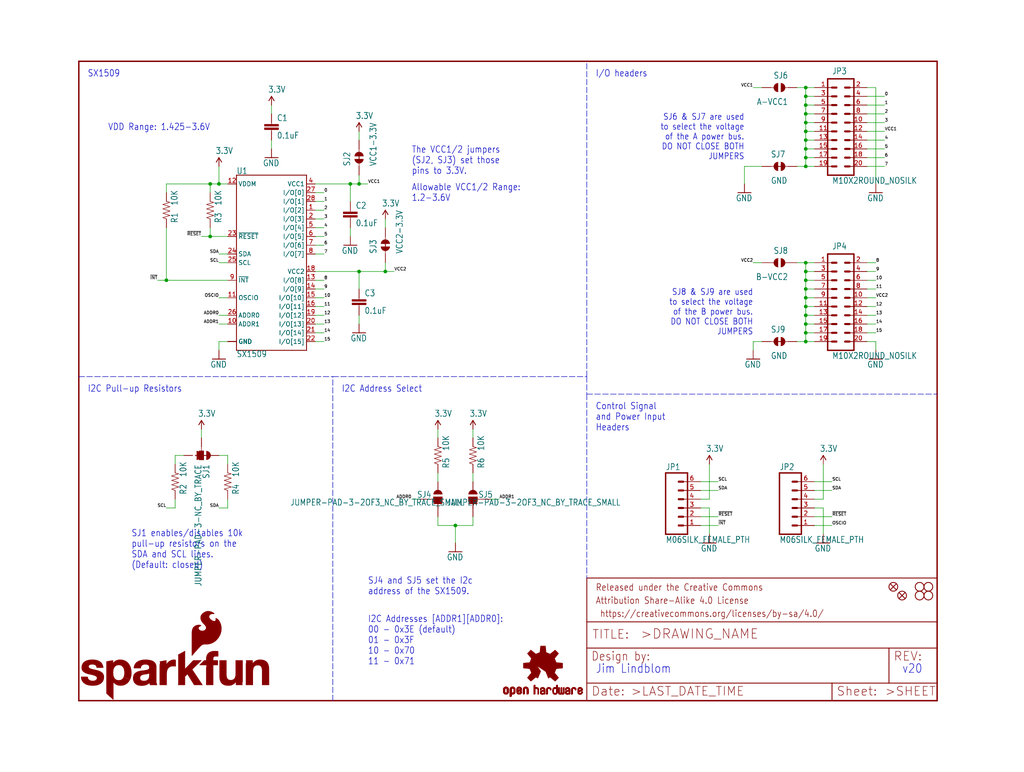
<source format=kicad_sch>
(kicad_sch (version 20211123) (generator eeschema)
  (paper "User" 297.002 223.926)
  (lib_symbols
    (symbol "schematicEagle-eagle-import:0.1UF-25V(+80{slash}-20%)(0603)"
      (property "Reference" "C" (at 1.524 2.921 0))
      (property "Value" "0.1UF-25V(+80{slash}-20%)(0603)" (at 1.524 -2.159 0))
      (symbol "0.1UF-25V(+80{slash}-20%)(0603)_1_0"
        (pin passive line (at 0 5.08 270) (length 2.54) (name "1") (number "1"))
        (pin passive line (at 0 -2.54 90) (length 2.54) (name "2") (number "2"))
      )
    )
    (symbol "schematicEagle-eagle-import:10KOHM-1{slash}10W-1%(0603)0603"
      (property "Reference" "R" (at -3.81 1.4986 0))
      (property "Value" "10KOHM-1{slash}10W-1%(0603)0603" (at -3.81 -3.302 0))
      (symbol "10KOHM-1{slash}10W-1%(0603)0603_1_0"
        (pin passive line (at -5.08 0 0) (length 2.54) (name "1") (number "1"))
        (pin passive line (at 5.08 0 180) (length 2.54) (name "2") (number "2"))
      )
    )
    (symbol "schematicEagle-eagle-import:3.3V" (power)
      (property "Value" "3.3V" (at -1.016 3.556 0))
      (symbol "3.3V_1_0"
        (pin power_in line (at 0 0 90) (length 2.54) (name "3.3V") (number "1"))
      )
    )
    (symbol "schematicEagle-eagle-import:FIDUCIAL1X2")
    (symbol "schematicEagle-eagle-import:FRAME-LETTER"
      (symbol "FRAME-LETTER_2_0"
        (text " https://creativecommons.org/licenses/by-sa/4.0/" (at 2.54 24.13 0) (effects (font (size 1.9304 1.6408)) (justify left bottom)))
        (text ">DRAWING_NAME" (at 15.494 17.78 0) (effects (font (size 2.7432 2.7432)) (justify left bottom)))
        (text ">LAST_DATE_TIME" (at 12.7 1.27 0) (effects (font (size 2.54 2.54)) (justify left bottom)))
        (text ">SHEET" (at 86.36 1.27 0) (effects (font (size 2.54 2.54)) (justify left bottom)))
        (text "Attribution Share-Alike 4.0 License" (at 2.54 27.94 0) (effects (font (size 1.9304 1.6408)) (justify left bottom)))
        (text "Date:" (at 1.27 1.27 0) (effects (font (size 2.54 2.54)) (justify left bottom)))
        (text "Design by:" (at 1.27 11.43 0) (effects (font (size 2.54 2.159)) (justify left bottom)))
        (text "Released under the Creative Commons" (at 2.54 31.75 0) (effects (font (size 1.9304 1.6408)) (justify left bottom)))
        (text "REV:" (at 88.9 11.43 0) (effects (font (size 2.54 2.54)) (justify left bottom)))
        (text "Sheet:" (at 72.39 1.27 0) (effects (font (size 2.54 2.54)) (justify left bottom)))
        (text "TITLE:" (at 1.524 17.78 0) (effects (font (size 2.54 2.54)) (justify left bottom)))
      )
    )
    (symbol "schematicEagle-eagle-import:GND" (power)
      (property "Value" "GND" (at -2.54 -2.54 0))
      (symbol "GND_1_0"
        (pin power_in line (at 0 2.54 270) (length 2.54) (name "GND") (number "1"))
      )
    )
    (symbol "schematicEagle-eagle-import:JUMPER-PAD-2-NC_BY_TRACE"
      (property "Reference" "SJ" (at -2.54 2.54 0))
      (property "Value" "JUMPER-PAD-2-NC_BY_TRACE" (at -2.54 -5.08 0))
      (symbol "JUMPER-PAD-2-NC_BY_TRACE_1_0"
        (pin passive line (at -5.08 0 0) (length 2.54) (name "1") (number "1"))
        (pin passive line (at 5.08 0 180) (length 2.54) (name "2") (number "2"))
      )
    )
    (symbol "schematicEagle-eagle-import:JUMPER-PAD-2-NC_BY_TRACENO_SILK"
      (property "Reference" "SJ" (at -2.54 2.54 0))
      (property "Value" "JUMPER-PAD-2-NC_BY_TRACENO_SILK" (at -2.54 -5.08 0))
      (symbol "JUMPER-PAD-2-NC_BY_TRACENO_SILK_1_0"
        (pin passive line (at -5.08 0 0) (length 2.54) (name "1") (number "1"))
        (pin passive line (at 5.08 0 180) (length 2.54) (name "2") (number "2"))
      )
    )
    (symbol "schematicEagle-eagle-import:JUMPER-PAD-2-NO"
      (property "Reference" "SJ" (at -2.54 2.54 0))
      (property "Value" "JUMPER-PAD-2-NO" (at -2.54 -5.08 0))
      (symbol "JUMPER-PAD-2-NO_1_0"
        (pin passive line (at -5.08 0 0) (length 2.54) (name "1") (number "1"))
        (pin passive line (at 5.08 0 180) (length 2.54) (name "2") (number "2"))
      )
    )
    (symbol "schematicEagle-eagle-import:JUMPER-PAD-3-2OF3_NC_BY_TRACE_SMALL"
      (property "Reference" "SJ" (at 2.54 0.381 0))
      (property "Value" "JUMPER-PAD-3-2OF3_NC_BY_TRACE_SMALL" (at 2.54 -1.905 0))
      (symbol "JUMPER-PAD-3-2OF3_NC_BY_TRACE_SMALL_1_0"
        (pin passive line (at 0 5.08 270) (length 2.54) (name "1") (number "1"))
        (pin passive line (at -5.08 0 0) (length 2.54) (name "2") (number "2"))
        (pin passive line (at 0 -5.08 90) (length 2.54) (name "3") (number "3"))
      )
    )
    (symbol "schematicEagle-eagle-import:JUMPER-PAD-3-NC_BY_TRACE"
      (property "Reference" "SJ" (at 2.54 0.381 0))
      (property "Value" "JUMPER-PAD-3-NC_BY_TRACE" (at 2.54 -1.905 0))
      (symbol "JUMPER-PAD-3-NC_BY_TRACE_1_0"
        (pin passive line (at 0 5.08 270) (length 2.54) (name "1") (number "1"))
        (pin passive line (at -5.08 0 0) (length 2.54) (name "2") (number "2"))
        (pin passive line (at 0 -5.08 90) (length 2.54) (name "3") (number "3"))
      )
    )
    (symbol "schematicEagle-eagle-import:M06SILK_FEMALE_PTH"
      (property "Reference" "JP" (at -5.08 10.922 0))
      (property "Value" "M06SILK_FEMALE_PTH" (at -5.08 -10.16 0))
      (symbol "M06SILK_FEMALE_PTH_1_0"
        (pin passive line (at 5.08 -5.08 180) (length 5.08) (name "1") (number "1"))
        (pin passive line (at 5.08 -2.54 180) (length 5.08) (name "2") (number "2"))
        (pin passive line (at 5.08 0 180) (length 5.08) (name "3") (number "3"))
        (pin passive line (at 5.08 2.54 180) (length 5.08) (name "4") (number "4"))
        (pin passive line (at 5.08 5.08 180) (length 5.08) (name "5") (number "5"))
        (pin passive line (at 5.08 7.62 180) (length 5.08) (name "6") (number "6"))
      )
    )
    (symbol "schematicEagle-eagle-import:M10X2ROUND_NOSILK"
      (property "Reference" "JP" (at -2.54 13.97 0))
      (property "Value" "M10X2ROUND_NOSILK" (at -2.54 -17.78 0))
      (symbol "M10X2ROUND_NOSILK_1_0"
        (pin passive line (at -7.62 10.16 0) (length 5.08) (name "1") (number "1"))
        (pin passive line (at 7.62 0 180) (length 5.08) (name "10") (number "10"))
        (pin passive line (at -7.62 -2.54 0) (length 5.08) (name "11") (number "11"))
        (pin passive line (at 7.62 -2.54 180) (length 5.08) (name "12") (number "12"))
        (pin passive line (at -7.62 -5.08 0) (length 5.08) (name "13") (number "13"))
        (pin passive line (at 7.62 -5.08 180) (length 5.08) (name "14") (number "14"))
        (pin passive line (at -7.62 -7.62 0) (length 5.08) (name "15") (number "15"))
        (pin passive line (at 7.62 -7.62 180) (length 5.08) (name "16") (number "16"))
        (pin passive line (at -7.62 -10.16 0) (length 5.08) (name "17") (number "17"))
        (pin passive line (at 7.62 -10.16 180) (length 5.08) (name "18") (number "18"))
        (pin passive line (at -7.62 -12.7 0) (length 5.08) (name "19") (number "19"))
        (pin passive line (at 7.62 10.16 180) (length 5.08) (name "2") (number "2"))
        (pin passive line (at 7.62 -12.7 180) (length 5.08) (name "20") (number "20"))
        (pin passive line (at -7.62 7.62 0) (length 5.08) (name "3") (number "3"))
        (pin passive line (at 7.62 7.62 180) (length 5.08) (name "4") (number "4"))
        (pin passive line (at -7.62 5.08 0) (length 5.08) (name "5") (number "5"))
        (pin passive line (at 7.62 5.08 180) (length 5.08) (name "6") (number "6"))
        (pin passive line (at -7.62 2.54 0) (length 5.08) (name "7") (number "7"))
        (pin passive line (at 7.62 2.54 180) (length 5.08) (name "8") (number "8"))
        (pin passive line (at -7.62 0 0) (length 5.08) (name "9") (number "9"))
      )
    )
    (symbol "schematicEagle-eagle-import:OSHW-LOGOS")
    (symbol "schematicEagle-eagle-import:SFE_LOGO_FLAME.1_INCH")
    (symbol "schematicEagle-eagle-import:SFE_LOGO_NAME_FLAME.1_INCH")
    (symbol "schematicEagle-eagle-import:STAND-OFF")
    (symbol "schematicEagle-eagle-import:SX1509"
      (property "Reference" "U" (at -10.16 25.654 0))
      (property "Value" "SX1509" (at -10.16 -27.432 0))
      (symbol "SX1509_1_0"
        (pin bidirectional line (at 12.7 15.24 180) (length 2.54) (name "I/O[2]") (number "1"))
        (pin bidirectional line (at -12.7 -17.78 0) (length 2.54) (name "ADDR1") (number "10"))
        (pin bidirectional line (at -12.7 -10.16 0) (length 2.54) (name "OSCIO") (number "11"))
        (pin bidirectional line (at -12.7 22.86 0) (length 2.54) (name "VDDM") (number "12"))
        (pin bidirectional line (at 12.7 -5.08 180) (length 2.54) (name "I/O[8]") (number "13"))
        (pin bidirectional line (at 12.7 -7.62 180) (length 2.54) (name "I/O[9]") (number "14"))
        (pin bidirectional line (at 12.7 -10.16 180) (length 2.54) (name "I/O[10]") (number "15"))
        (pin bidirectional line (at 12.7 -12.7 180) (length 2.54) (name "I/O[11]") (number "16"))
        (pin bidirectional line (at -12.7 -22.86 0) (length 2.54) (name "GND") (number "17"))
        (pin bidirectional line (at 12.7 -2.54 180) (length 2.54) (name "VCC2") (number "18"))
        (pin bidirectional line (at 12.7 -15.24 180) (length 2.54) (name "I/O[12]") (number "19"))
        (pin bidirectional line (at 12.7 12.7 180) (length 2.54) (name "I/O[3]") (number "2"))
        (pin bidirectional line (at 12.7 -17.78 180) (length 2.54) (name "I/O[13]") (number "20"))
        (pin bidirectional line (at 12.7 -20.32 180) (length 2.54) (name "I/O[14]") (number "21"))
        (pin bidirectional line (at 12.7 -22.86 180) (length 2.54) (name "I/O[15]") (number "22"))
        (pin bidirectional line (at -12.7 7.62 0) (length 2.54) (name "~{RESET}") (number "23"))
        (pin bidirectional line (at -12.7 2.54 0) (length 2.54) (name "SDA") (number "24"))
        (pin bidirectional line (at -12.7 0 0) (length 2.54) (name "SCL") (number "25"))
        (pin bidirectional line (at -12.7 -15.24 0) (length 2.54) (name "ADDR0") (number "26"))
        (pin bidirectional line (at 12.7 20.32 180) (length 2.54) (name "I/O[0]") (number "27"))
        (pin bidirectional line (at 12.7 17.78 180) (length 2.54) (name "I/O[1]") (number "28"))
        (pin bidirectional line (at -12.7 -22.86 0) (length 2.54) (name "GND") (number "29"))
        (pin bidirectional line (at -12.7 -22.86 0) (length 2.54) (name "GND") (number "3"))
        (pin bidirectional line (at 12.7 22.86 180) (length 2.54) (name "VCC1") (number "4"))
        (pin bidirectional line (at 12.7 10.16 180) (length 2.54) (name "I/O[4]") (number "5"))
        (pin bidirectional line (at 12.7 7.62 180) (length 2.54) (name "I/O[5]") (number "6"))
        (pin bidirectional line (at 12.7 5.08 180) (length 2.54) (name "I/O[6]") (number "7"))
        (pin bidirectional line (at 12.7 2.54 180) (length 2.54) (name "I/O[7]") (number "8"))
        (pin bidirectional line (at -12.7 -5.08 0) (length 2.54) (name "~{INT}") (number "9"))
      )
    )
  )
  (junction (at 60.96 68.58))
  (junction (at 233.68 86.36))
  (junction (at 233.68 43.18))
  (junction (at 233.68 30.48))
  (junction (at 233.68 93.98))
  (junction (at 233.68 33.02))
  (junction (at 104.14 78.74))
  (junction (at 233.68 76.2))
  (junction (at 233.68 25.4))
  (junction (at 111.76 78.74))
  (junction (at 104.14 53.34))
  (junction (at 233.68 27.94))
  (junction (at 233.68 88.9))
  (junction (at 63.5 53.34))
  (junction (at 233.68 99.06))
  (junction (at 233.68 91.44))
  (junction (at 233.68 81.28))
  (junction (at 132.08 152.4))
  (junction (at 60.96 53.34))
  (junction (at 233.68 35.56))
  (junction (at 233.68 45.72))
  (junction (at 233.68 40.64))
  (junction (at 233.68 83.82))
  (junction (at 233.68 78.74))
  (junction (at 233.68 96.52))
  (junction (at 48.26 81.28))
  (junction (at 233.68 38.1))
  (junction (at 101.6 53.34))
  (junction (at 233.68 48.26))
  (wire (pts (xy 251.46 25.4) (xy 254 25.4)))
  (wire (pts (xy 236.22 30.48) (xy 233.68 30.48)))
  (wire (pts (xy 91.44 99.06) (xy 93.98 99.06)))
  (wire (pts (xy 236.22 139.7) (xy 241.3 139.7)))
  (wire (pts (xy 203.2 147.32) (xy 205.74 147.32)))
  (wire (pts (xy 251.46 38.1) (xy 256.54 38.1)))
  (wire (pts (xy 91.44 81.28) (xy 93.98 81.28)))
  (wire (pts (xy 251.46 96.52) (xy 254 96.52)))
  (wire (pts (xy 251.46 81.28) (xy 254 81.28)))
  (wire (pts (xy 236.22 43.18) (xy 233.68 43.18)))
  (wire (pts (xy 236.22 81.28) (xy 233.68 81.28)))
  (wire (pts (xy 238.76 144.78) (xy 238.76 134.62)))
  (wire (pts (xy 215.9 48.26) (xy 215.9 53.34)))
  (wire (pts (xy 137.16 127) (xy 137.16 124.46)))
  (wire (pts (xy 220.98 48.26) (xy 215.9 48.26)))
  (wire (pts (xy 78.74 30.48) (xy 78.74 33.02)))
  (wire (pts (xy 254 99.06) (xy 254 101.6)))
  (wire (pts (xy 205.74 147.32) (xy 205.74 154.94)))
  (wire (pts (xy 236.22 38.1) (xy 233.68 38.1)))
  (wire (pts (xy 233.68 27.94) (xy 233.68 30.48)))
  (wire (pts (xy 66.04 73.66) (xy 63.5 73.66)))
  (wire (pts (xy 48.26 81.28) (xy 45.72 81.28)))
  (wire (pts (xy 66.04 68.58) (xy 60.96 68.58)))
  (wire (pts (xy 233.68 76.2) (xy 233.68 78.74)))
  (wire (pts (xy 137.16 139.7) (xy 137.16 137.16)))
  (wire (pts (xy 50.8 132.08) (xy 53.34 132.08)))
  (wire (pts (xy 50.8 147.32) (xy 50.8 144.78)))
  (wire (pts (xy 203.2 152.4) (xy 208.28 152.4)))
  (wire (pts (xy 251.46 40.64) (xy 256.54 40.64)))
  (wire (pts (xy 233.68 99.06) (xy 231.14 99.06)))
  (wire (pts (xy 91.44 68.58) (xy 93.98 68.58)))
  (wire (pts (xy 220.98 25.4) (xy 218.44 25.4)))
  (wire (pts (xy 101.6 68.58) (xy 101.6 66.04)))
  (wire (pts (xy 104.14 53.34) (xy 104.14 50.8)))
  (wire (pts (xy 66.04 86.36) (xy 63.5 86.36)))
  (wire (pts (xy 251.46 99.06) (xy 254 99.06)))
  (wire (pts (xy 251.46 30.48) (xy 256.54 30.48)))
  (wire (pts (xy 104.14 78.74) (xy 104.14 83.82)))
  (wire (pts (xy 66.04 93.98) (xy 63.5 93.98)))
  (wire (pts (xy 220.98 99.06) (xy 218.44 99.06)))
  (wire (pts (xy 91.44 96.52) (xy 93.98 96.52)))
  (polyline (pts (xy 96.52 203.2) (xy 96.52 109.22)))
  (wire (pts (xy 236.22 76.2) (xy 233.68 76.2)))
  (wire (pts (xy 251.46 76.2) (xy 254 76.2)))
  (wire (pts (xy 233.68 38.1) (xy 233.68 40.64)))
  (wire (pts (xy 50.8 134.62) (xy 50.8 132.08)))
  (wire (pts (xy 132.08 157.48) (xy 132.08 152.4)))
  (wire (pts (xy 48.26 53.34) (xy 60.96 53.34)))
  (polyline (pts (xy 96.52 109.22) (xy 170.18 109.22)))
  (wire (pts (xy 236.22 86.36) (xy 233.68 86.36)))
  (wire (pts (xy 251.46 78.74) (xy 254 78.74)))
  (wire (pts (xy 203.2 142.24) (xy 208.28 142.24)))
  (wire (pts (xy 233.68 45.72) (xy 233.68 48.26)))
  (wire (pts (xy 137.16 152.4) (xy 137.16 149.86)))
  (wire (pts (xy 236.22 142.24) (xy 241.3 142.24)))
  (wire (pts (xy 236.22 91.44) (xy 233.68 91.44)))
  (wire (pts (xy 236.22 33.02) (xy 233.68 33.02)))
  (wire (pts (xy 58.42 124.46) (xy 58.42 127)))
  (wire (pts (xy 127 149.86) (xy 127 152.4)))
  (wire (pts (xy 111.76 76.2) (xy 111.76 78.74)))
  (wire (pts (xy 251.46 83.82) (xy 254 83.82)))
  (wire (pts (xy 63.5 53.34) (xy 63.5 48.26)))
  (wire (pts (xy 203.2 149.86) (xy 208.28 149.86)))
  (wire (pts (xy 91.44 78.74) (xy 104.14 78.74)))
  (wire (pts (xy 66.04 76.2) (xy 63.5 76.2)))
  (wire (pts (xy 203.2 144.78) (xy 205.74 144.78)))
  (wire (pts (xy 63.5 99.06) (xy 63.5 101.6)))
  (wire (pts (xy 91.44 58.42) (xy 93.98 58.42)))
  (polyline (pts (xy 170.18 109.22) (xy 170.18 114.3)))
  (wire (pts (xy 101.6 53.34) (xy 104.14 53.34)))
  (wire (pts (xy 236.22 152.4) (xy 241.3 152.4)))
  (wire (pts (xy 66.04 132.08) (xy 63.5 132.08)))
  (wire (pts (xy 233.68 83.82) (xy 233.68 86.36)))
  (wire (pts (xy 233.68 43.18) (xy 233.68 45.72)))
  (wire (pts (xy 104.14 53.34) (xy 106.68 53.34)))
  (wire (pts (xy 132.08 152.4) (xy 137.16 152.4)))
  (wire (pts (xy 236.22 144.78) (xy 238.76 144.78)))
  (wire (pts (xy 91.44 73.66) (xy 93.98 73.66)))
  (wire (pts (xy 66.04 147.32) (xy 66.04 144.78)))
  (polyline (pts (xy 170.18 114.3) (xy 170.18 167.64)))
  (wire (pts (xy 233.68 91.44) (xy 233.68 93.98)))
  (wire (pts (xy 111.76 78.74) (xy 104.14 78.74)))
  (wire (pts (xy 63.5 91.44) (xy 66.04 91.44)))
  (wire (pts (xy 218.44 99.06) (xy 218.44 101.6)))
  (wire (pts (xy 251.46 45.72) (xy 256.54 45.72)))
  (wire (pts (xy 48.26 55.88) (xy 48.26 53.34)))
  (wire (pts (xy 127 152.4) (xy 132.08 152.4)))
  (polyline (pts (xy 170.18 114.3) (xy 271.78 114.3)))
  (wire (pts (xy 50.8 147.32) (xy 48.26 147.32)))
  (wire (pts (xy 236.22 96.52) (xy 233.68 96.52)))
  (wire (pts (xy 66.04 53.34) (xy 63.5 53.34)))
  (wire (pts (xy 233.68 48.26) (xy 231.14 48.26)))
  (wire (pts (xy 251.46 86.36) (xy 254 86.36)))
  (wire (pts (xy 233.68 86.36) (xy 233.68 88.9)))
  (wire (pts (xy 233.68 78.74) (xy 233.68 81.28)))
  (wire (pts (xy 127 127) (xy 127 124.46)))
  (wire (pts (xy 251.46 27.94) (xy 256.54 27.94)))
  (wire (pts (xy 121.92 144.78) (xy 119.38 144.78)))
  (wire (pts (xy 233.68 40.64) (xy 233.68 43.18)))
  (wire (pts (xy 233.68 30.48) (xy 233.68 33.02)))
  (wire (pts (xy 233.68 81.28) (xy 233.68 83.82)))
  (wire (pts (xy 233.68 99.06) (xy 236.22 99.06)))
  (wire (pts (xy 233.68 25.4) (xy 233.68 27.94)))
  (wire (pts (xy 236.22 40.64) (xy 233.68 40.64)))
  (wire (pts (xy 66.04 147.32) (xy 63.5 147.32)))
  (wire (pts (xy 236.22 88.9) (xy 233.68 88.9)))
  (wire (pts (xy 142.24 144.78) (xy 144.78 144.78)))
  (wire (pts (xy 236.22 45.72) (xy 233.68 45.72)))
  (wire (pts (xy 251.46 43.18) (xy 256.54 43.18)))
  (wire (pts (xy 48.26 81.28) (xy 48.26 66.04)))
  (wire (pts (xy 60.96 68.58) (xy 60.96 66.04)))
  (wire (pts (xy 233.68 33.02) (xy 233.68 35.56)))
  (wire (pts (xy 91.44 63.5) (xy 93.98 63.5)))
  (wire (pts (xy 251.46 33.02) (xy 256.54 33.02)))
  (wire (pts (xy 233.68 48.26) (xy 236.22 48.26)))
  (wire (pts (xy 251.46 88.9) (xy 254 88.9)))
  (wire (pts (xy 111.76 78.74) (xy 114.3 78.74)))
  (wire (pts (xy 254 25.4) (xy 254 53.34)))
  (wire (pts (xy 233.68 76.2) (xy 231.14 76.2)))
  (wire (pts (xy 91.44 55.88) (xy 93.98 55.88)))
  (wire (pts (xy 233.68 35.56) (xy 233.68 38.1)))
  (wire (pts (xy 63.5 53.34) (xy 60.96 53.34)))
  (wire (pts (xy 233.68 96.52) (xy 233.68 99.06)))
  (wire (pts (xy 66.04 81.28) (xy 48.26 81.28)))
  (wire (pts (xy 251.46 48.26) (xy 256.54 48.26)))
  (wire (pts (xy 66.04 134.62) (xy 66.04 132.08)))
  (wire (pts (xy 251.46 35.56) (xy 256.54 35.56)))
  (wire (pts (xy 236.22 78.74) (xy 233.68 78.74)))
  (wire (pts (xy 203.2 139.7) (xy 208.28 139.7)))
  (wire (pts (xy 233.68 93.98) (xy 233.68 96.52)))
  (wire (pts (xy 236.22 93.98) (xy 233.68 93.98)))
  (wire (pts (xy 91.44 83.82) (xy 93.98 83.82)))
  (wire (pts (xy 91.44 88.9) (xy 93.98 88.9)))
  (wire (pts (xy 236.22 147.32) (xy 238.76 147.32)))
  (wire (pts (xy 236.22 25.4) (xy 233.68 25.4)))
  (wire (pts (xy 236.22 149.86) (xy 241.3 149.86)))
  (wire (pts (xy 111.76 66.04) (xy 111.76 63.5)))
  (wire (pts (xy 127 139.7) (xy 127 137.16)))
  (polyline (pts (xy 170.18 109.22) (xy 170.18 17.78)))
  (wire (pts (xy 91.44 71.12) (xy 93.98 71.12)))
  (polyline (pts (xy 22.86 109.22) (xy 96.52 109.22)))
  (wire (pts (xy 238.76 147.32) (xy 238.76 154.94)))
  (wire (pts (xy 91.44 60.96) (xy 93.98 60.96)))
  (wire (pts (xy 91.44 66.04) (xy 93.98 66.04)))
  (wire (pts (xy 91.44 91.44) (xy 93.98 91.44)))
  (wire (pts (xy 205.74 144.78) (xy 205.74 134.62)))
  (wire (pts (xy 101.6 53.34) (xy 101.6 58.42)))
  (wire (pts (xy 251.46 93.98) (xy 254 93.98)))
  (wire (pts (xy 60.96 53.34) (xy 60.96 55.88)))
  (wire (pts (xy 91.44 86.36) (xy 93.98 86.36)))
  (wire (pts (xy 236.22 35.56) (xy 233.68 35.56)))
  (wire (pts (xy 104.14 93.98) (xy 104.14 91.44)))
  (wire (pts (xy 220.98 76.2) (xy 218.44 76.2)))
  (wire (pts (xy 60.96 68.58) (xy 58.42 68.58)))
  (wire (pts (xy 236.22 27.94) (xy 233.68 27.94)))
  (wire (pts (xy 251.46 91.44) (xy 254 91.44)))
  (wire (pts (xy 236.22 83.82) (xy 233.68 83.82)))
  (wire (pts (xy 104.14 40.64) (xy 104.14 38.1)))
  (wire (pts (xy 66.04 99.06) (xy 63.5 99.06)))
  (wire (pts (xy 233.68 88.9) (xy 233.68 91.44)))
  (wire (pts (xy 91.44 93.98) (xy 93.98 93.98)))
  (wire (pts (xy 78.74 43.18) (xy 78.74 40.64)))
  (wire (pts (xy 91.44 53.34) (xy 101.6 53.34)))
  (wire (pts (xy 233.68 25.4) (xy 231.14 25.4)))
  (text "I2C Pull-up Resistors" (at 25.4 111.76 180) (effects (font (size 1.905 1.6192)) (justify left top)))
  (text "I2C Addresses [ADDR1][ADDR0]:\n00 - 0x3E (default)\n01 - 0x3F\n10 - 0x70\n11 - 0x71" (at 106.68 193.04 0) (effects (font (size 1.905 1.6192)) (justify left bottom)))
  (text "Allowable VCC1/2 Range:\n1.2-3.6V" (at 119.38 53.34 180) (effects (font (size 1.905 1.6192)) (justify left top)))
  (text "The VCC1/2 jumpers\n(SJ2, SJ3) set those\npins to 3.3V." (at 119.38 50.8 0) (effects (font (size 1.905 1.6192)) (justify left bottom)))
  (text "SJ1 enables/disables 10k\npull-up resistors on the\nSDA and SCL lines.\n(Default: closed)" (at 38.1 165.1 0) (effects (font (size 1.905 1.6192)) (justify left bottom)))
  (text "SJ8 & SJ9 are used\nto select the voltage\nof the B power bus.\nDO NOT CLOSE BOTH\nJUMPERS~{}" (at 218.44 83.82 0) (effects (font (size 1.778 1.5113)) (justify right top)))
  (text "SJ4 and SJ5 set the I2c\naddress of the SX1509." (at 106.68 172.72 180) (effects (font (size 1.905 1.6192)) (justify left bottom)))
  (text "v20" (at 261.62 195.58 180) (effects (font (size 2.54 2.159)) (justify left bottom)))
  (text "I/O headers" (at 172.72 20.32 180) (effects (font (size 1.905 1.6192)) (justify left top)))
  (text "SX1509" (at 25.4 20.32 180) (effects (font (size 1.905 1.6192)) (justify left top)))
  (text "Jim Lindblom" (at 172.72 195.58 180) (effects (font (size 2.54 2.159)) (justify left bottom)))
  (text "I2C Address Select" (at 99.06 111.76 180) (effects (font (size 1.905 1.6192)) (justify left top)))
  (text "VDD Range: 1.425-3.6V" (at 60.96 38.1 180) (effects (font (size 1.905 1.6192)) (justify right bottom)))
  (text "Control Signal\nand Power Input\nHeaders" (at 172.72 116.84 180) (effects (font (size 1.905 1.6192)) (justify left top)))
  (text "SJ6 & SJ7 are used\nto select the voltage\nof the A power bus.\nDO NOT CLOSE BOTH\nJUMPERS~{}" (at 215.9 33.02 0) (effects (font (size 1.778 1.5113)) (justify right top)))
  (label "13" (at 93.98 93.98 0) (effects (font (size 0.889 0.889))))
  (label "1" (at 93.98 58.42 0) (effects (font (size 0.889 0.889))))
  (label "12" (at 93.98 91.44 0) (effects (font (size 0.889 0.889))))
  (label "9" (at 254 78.74 0) (effects (font (size 0.889 0.889))))
  (label "14" (at 93.98 96.52 0) (effects (font (size 0.889 0.889))))
  (label "ADDR0" (at 119.38 144.78 180) (effects (font (size 0.889 0.889))))
  (label "15" (at 93.98 99.06 0) (effects (font (size 0.889 0.889))))
  (label "ADDR0" (at 63.5 91.44 180) (effects (font (size 0.889 0.889))))
  (label "SCL" (at 241.3 139.7 0) (effects (font (size 0.889 0.889))))
  (label "~{INT}" (at 208.28 152.4 0) (effects (font (size 0.889 0.889))))
  (label "SCL" (at 63.5 76.2 180) (effects (font (size 0.889 0.889))))
  (label "ADDR1" (at 144.78 144.78 0) (effects (font (size 0.889 0.889))))
  (label "~{INT}" (at 45.72 81.28 180) (effects (font (size 0.889 0.889))))
  (label "5" (at 93.98 68.58 0) (effects (font (size 0.889 0.889))))
  (label "VCC2" (at 254 86.36 0) (effects (font (size 0.889 0.889))))
  (label "2" (at 93.98 60.96 0) (effects (font (size 0.889 0.889))))
  (label "1" (at 256.54 30.48 0) (effects (font (size 0.889 0.889))))
  (label "~{RESET}" (at 208.28 149.86 0) (effects (font (size 0.889 0.889))))
  (label "10" (at 254 81.28 0) (effects (font (size 0.889 0.889))))
  (label "SDA" (at 63.5 147.32 180) (effects (font (size 0.889 0.889))))
  (label "SDA" (at 208.28 142.24 0) (effects (font (size 0.889 0.889))))
  (label "7" (at 256.54 48.26 0) (effects (font (size 0.889 0.889))))
  (label "11" (at 254 83.82 0) (effects (font (size 0.889 0.889))))
  (label "VCC1" (at 106.68 53.34 0) (effects (font (size 0.889 0.889))))
  (label "OSCIO" (at 63.5 86.36 180) (effects (font (size 0.889 0.889))))
  (label "8" (at 93.98 81.28 0) (effects (font (size 0.889 0.889))))
  (label "VCC1" (at 218.44 25.4 180) (effects (font (size 0.889 0.889))))
  (label "~{RESET}" (at 58.42 68.58 180) (effects (font (size 0.889 0.889))))
  (label "7" (at 93.98 73.66 0) (effects (font (size 0.889 0.889))))
  (label "9" (at 93.98 83.82 0) (effects (font (size 0.889 0.889))))
  (label "0" (at 93.98 55.88 0) (effects (font (size 0.889 0.889))))
  (label "SDA" (at 63.5 73.66 180) (effects (font (size 0.889 0.889))))
  (label "10" (at 93.98 86.36 0) (effects (font (size 0.889 0.889))))
  (label "3" (at 256.54 35.56 0) (effects (font (size 0.889 0.889))))
  (label "3" (at 93.98 63.5 0) (effects (font (size 0.889 0.889))))
  (label "4" (at 93.98 66.04 0) (effects (font (size 0.889 0.889))))
  (label "14" (at 254 93.98 0) (effects (font (size 0.889 0.889))))
  (label "VCC2" (at 114.3 78.74 0) (effects (font (size 0.889 0.889))))
  (label "5" (at 256.54 43.18 0) (effects (font (size 0.889 0.889))))
  (label "OSCIO" (at 241.3 152.4 0) (effects (font (size 0.889 0.889))))
  (label "13" (at 254 91.44 0) (effects (font (size 0.889 0.889))))
  (label "VCC1" (at 256.54 38.1 0) (effects (font (size 0.889 0.889))))
  (label "SCL" (at 208.28 139.7 0) (effects (font (size 0.889 0.889))))
  (label "12" (at 254 88.9 0) (effects (font (size 0.889 0.889))))
  (label "4" (at 256.54 40.64 0) (effects (font (size 0.889 0.889))))
  (label "2" (at 256.54 33.02 0) (effects (font (size 0.889 0.889))))
  (label "ADDR1" (at 63.5 93.98 180) (effects (font (size 0.889 0.889))))
  (label "~{RESET}" (at 241.3 149.86 0) (effects (font (size 0.889 0.889))))
  (label "0" (at 256.54 27.94 0) (effects (font (size 0.889 0.889))))
  (label "8" (at 254 76.2 0) (effects (font (size 0.889 0.889))))
  (label "6" (at 93.98 71.12 0) (effects (font (size 0.889 0.889))))
  (label "15" (at 254 96.52 0) (effects (font (size 0.889 0.889))))
  (label "6" (at 256.54 45.72 0) (effects (font (size 0.889 0.889))))
  (label "SCL" (at 48.26 147.32 180) (effects (font (size 0.889 0.889))))
  (label "11" (at 93.98 88.9 0) (effects (font (size 0.889 0.889))))
  (label "VCC2" (at 218.44 76.2 180) (effects (font (size 0.889 0.889))))
  (label "SDA" (at 241.3 142.24 0) (effects (font (size 0.889 0.889))))
  (symbol (lib_id "schematicEagle-eagle-import:3.3V") (at 63.5 48.26 0) (unit 1)
    (property "Reference" "#SUPPLY2" (effects hide))
    (property "Value" "3.3V" (at 62.484 44.704 0) (effects (font (size 1.778 1.5113)) (justify left bottom)))
    (property "Footprint" "schematicEagle:" (effects hide))
  )
  (symbol (lib_id "schematicEagle-eagle-import:GND") (at 78.74 45.72 0) (unit 1)
    (property "Reference" "#GND2" (effects hide))
    (property "Value" "GND" (at 76.2 48.26 0) (effects (font (size 1.778 1.5113)) (justify left bottom)))
    (property "Footprint" "schematicEagle:" (effects hide))
  )
  (symbol (lib_id "schematicEagle-eagle-import:10KOHM-1{slash}10W-1%(0603)0603") (at 60.96 60.96 90) (unit 1)
    (property "Reference" "R3" (at 64.2874 64.77 0) (effects (font (size 1.778 1.5113)) (justify left bottom)))
    (property "Value" "10K" (at 64.262 59.69 0) (effects (font (size 1.778 1.5113)) (justify left bottom)))
    (property "Footprint" "schematicEagle:0603-RES" (effects hide))
  )
  (symbol (lib_id "schematicEagle-eagle-import:JUMPER-PAD-2-NO") (at 226.06 25.4 0) (mirror y) (unit 1)
    (property "Reference" "SJ6" (at 228.6 22.86 0) (effects (font (size 1.778 1.5113)) (justify left bottom)))
    (property "Value" "A-VCC1" (at 228.6 30.48 0) (effects (font (size 1.778 1.5113)) (justify left bottom)))
    (property "Footprint" "schematicEagle:PAD-JUMPER-2-NO_NO_SILK" (effects hide))
  )
  (symbol (lib_id "schematicEagle-eagle-import:10KOHM-1{slash}10W-1%(0603)0603") (at 127 132.08 90) (unit 1)
    (property "Reference" "R5" (at 130.3274 135.89 0) (effects (font (size 1.778 1.5113)) (justify left bottom)))
    (property "Value" "10K" (at 130.302 130.81 0) (effects (font (size 1.778 1.5113)) (justify left bottom)))
    (property "Footprint" "schematicEagle:0603-RES" (effects hide))
  )
  (symbol (lib_id "schematicEagle-eagle-import:GND") (at 132.08 160.02 0) (unit 1)
    (property "Reference" "#GND5" (effects hide))
    (property "Value" "GND" (at 129.54 162.56 0) (effects (font (size 1.778 1.5113)) (justify left bottom)))
    (property "Footprint" "schematicEagle:" (effects hide))
  )
  (symbol (lib_id "schematicEagle-eagle-import:3.3V") (at 78.74 30.48 0) (unit 1)
    (property "Reference" "#SUPPLY3" (effects hide))
    (property "Value" "3.3V" (at 77.724 26.924 0) (effects (font (size 1.778 1.5113)) (justify left bottom)))
    (property "Footprint" "schematicEagle:" (effects hide))
  )
  (symbol (lib_id "schematicEagle-eagle-import:STAND-OFF") (at 269.24 172.72 0) (unit 1)
    (property "Reference" "STANDOFF4" (effects hide))
    (property "Value" "STAND-OFF" (effects hide))
    (property "Footprint" "schematicEagle:STAND-OFF" (effects hide))
  )
  (symbol (lib_id "schematicEagle-eagle-import:0.1UF-25V(+80{slash}-20%)(0603)") (at 101.6 63.5 0) (unit 1)
    (property "Reference" "C2" (at 103.124 60.579 0) (effects (font (size 1.778 1.5113)) (justify left bottom)))
    (property "Value" "0.1uF" (at 103.124 65.659 0) (effects (font (size 1.778 1.5113)) (justify left bottom)))
    (property "Footprint" "schematicEagle:0603-CAP" (effects hide))
  )
  (symbol (lib_id "schematicEagle-eagle-import:3.3V") (at 111.76 63.5 0) (unit 1)
    (property "Reference" "#SUPPLY5" (effects hide))
    (property "Value" "3.3V" (at 110.744 59.944 0) (effects (font (size 1.778 1.5113)) (justify left bottom)))
    (property "Footprint" "schematicEagle:" (effects hide))
  )
  (symbol (lib_id "schematicEagle-eagle-import:JUMPER-PAD-2-NO") (at 226.06 76.2 0) (mirror y) (unit 1)
    (property "Reference" "SJ8" (at 228.6 73.66 0) (effects (font (size 1.778 1.5113)) (justify left bottom)))
    (property "Value" "B-VCC2" (at 228.6 81.28 0) (effects (font (size 1.778 1.5113)) (justify left bottom)))
    (property "Footprint" "schematicEagle:PAD-JUMPER-2-NO_NO_SILK" (effects hide))
  )
  (symbol (lib_id "schematicEagle-eagle-import:M06SILK_FEMALE_PTH") (at 231.14 147.32 0) (unit 1)
    (property "Reference" "JP2" (at 226.06 136.398 0) (effects (font (size 1.778 1.5113)) (justify left bottom)))
    (property "Value" "M06SILK_FEMALE_PTH" (at 226.06 157.48 0) (effects (font (size 1.778 1.5113)) (justify left bottom)))
    (property "Footprint" "schematicEagle:1X06" (effects hide))
  )
  (symbol (lib_id "schematicEagle-eagle-import:10KOHM-1{slash}10W-1%(0603)0603") (at 50.8 139.7 90) (unit 1)
    (property "Reference" "R2" (at 54.1274 143.51 0) (effects (font (size 1.778 1.5113)) (justify left bottom)))
    (property "Value" "10K" (at 54.102 138.43 0) (effects (font (size 1.778 1.5113)) (justify left bottom)))
    (property "Footprint" "schematicEagle:0603-RES" (effects hide))
  )
  (symbol (lib_id "schematicEagle-eagle-import:3.3V") (at 137.16 124.46 0) (unit 1)
    (property "Reference" "#SUPPLY7" (effects hide))
    (property "Value" "3.3V" (at 136.144 120.904 0) (effects (font (size 1.778 1.5113)) (justify left bottom)))
    (property "Footprint" "schematicEagle:" (effects hide))
  )
  (symbol (lib_id "schematicEagle-eagle-import:SFE_LOGO_FLAME.1_INCH") (at 55.372 190.5 0) (unit 1)
    (property "Reference" "LOGO2" (effects hide))
    (property "Value" "SFE_LOGO_FLAME.1_INCH" (effects hide))
    (property "Footprint" "schematicEagle:SFE_LOGO_FLAME_.1" (effects hide))
  )
  (symbol (lib_id "schematicEagle-eagle-import:GND") (at 254 55.88 0) (unit 1)
    (property "Reference" "#GND7" (effects hide))
    (property "Value" "GND" (at 251.46 58.42 0) (effects (font (size 1.778 1.5113)) (justify left bottom)))
    (property "Footprint" "schematicEagle:" (effects hide))
  )
  (symbol (lib_id "schematicEagle-eagle-import:GND") (at 104.14 96.52 0) (unit 1)
    (property "Reference" "#GND4" (effects hide))
    (property "Value" "GND" (at 101.6 99.06 0) (effects (font (size 1.778 1.5113)) (justify left bottom)))
    (property "Footprint" "schematicEagle:" (effects hide))
  )
  (symbol (lib_id "schematicEagle-eagle-import:M06SILK_FEMALE_PTH") (at 198.12 147.32 0) (unit 1)
    (property "Reference" "JP1" (at 193.04 136.398 0) (effects (font (size 1.778 1.5113)) (justify left bottom)))
    (property "Value" "M06SILK_FEMALE_PTH" (at 193.04 157.48 0) (effects (font (size 1.778 1.5113)) (justify left bottom)))
    (property "Footprint" "schematicEagle:1X06" (effects hide))
  )
  (symbol (lib_id "schematicEagle-eagle-import:10KOHM-1{slash}10W-1%(0603)0603") (at 66.04 139.7 90) (unit 1)
    (property "Reference" "R4" (at 69.3674 143.51 0) (effects (font (size 1.778 1.5113)) (justify left bottom)))
    (property "Value" "10K" (at 69.342 138.43 0) (effects (font (size 1.778 1.5113)) (justify left bottom)))
    (property "Footprint" "schematicEagle:0603-RES" (effects hide))
  )
  (symbol (lib_id "schematicEagle-eagle-import:JUMPER-PAD-2-NC_BY_TRACE") (at 111.76 71.12 90) (unit 1)
    (property "Reference" "SJ3" (at 109.22 73.66 0) (effects (font (size 1.778 1.5113)) (justify left bottom)))
    (property "Value" "VCC2-3.3V" (at 116.84 73.66 0) (effects (font (size 1.778 1.5113)) (justify left bottom)))
    (property "Footprint" "schematicEagle:PAD-JUMPER-2-NC_BY_TRACE_YES_SILK" (effects hide))
  )
  (symbol (lib_id "schematicEagle-eagle-import:FRAME-LETTER") (at 22.86 203.2 0) (unit 1)
    (property "Reference" "FRAME1" (effects hide))
    (property "Value" "FRAME-LETTER" (effects hide))
    (property "Footprint" "schematicEagle:CREATIVE_COMMONS" (effects hide))
  )
  (symbol (lib_id "schematicEagle-eagle-import:JUMPER-PAD-2-NC_BY_TRACENO_SILK") (at 226.06 48.26 0) (unit 1)
    (property "Reference" "SJ7" (at 223.52 45.72 0) (effects (font (size 1.778 1.5113)) (justify left bottom)))
    (property "Value" "GND" (at 223.52 53.34 0) (effects (font (size 1.778 1.5113)) (justify left bottom)))
    (property "Footprint" "schematicEagle:PAD-JUMPER-2-NC_BY_TRACE_NO_SILK" (effects hide))
  )
  (symbol (lib_id "schematicEagle-eagle-import:JUMPER-PAD-2-NC_BY_TRACE") (at 104.14 45.72 90) (unit 1)
    (property "Reference" "SJ2" (at 101.6 48.26 0) (effects (font (size 1.778 1.5113)) (justify left bottom)))
    (property "Value" "VCC1-3.3V" (at 109.22 48.26 0) (effects (font (size 1.778 1.5113)) (justify left bottom)))
    (property "Footprint" "schematicEagle:PAD-JUMPER-2-NC_BY_TRACE_YES_SILK" (effects hide))
  )
  (symbol (lib_id "schematicEagle-eagle-import:3.3V") (at 238.76 134.62 0) (unit 1)
    (property "Reference" "#SUPPLY9" (effects hide))
    (property "Value" "3.3V" (at 237.744 131.064 0) (effects (font (size 1.778 1.5113)) (justify left bottom)))
    (property "Footprint" "schematicEagle:" (effects hide))
  )
  (symbol (lib_id "schematicEagle-eagle-import:JUMPER-PAD-3-2OF3_NC_BY_TRACE_SMALL") (at 137.16 144.78 0) (mirror y) (unit 1)
    (property "Reference" "SJ5" (at 138.684 144.399 0) (effects (font (size 1.778 1.5113)) (justify right bottom)))
    (property "Value" "JUMPER-PAD-3-2OF3_NC_BY_TRACE_SMALL" (at 134.62 146.685 0) (effects (font (size 1.778 1.5113)) (justify left bottom)))
    (property "Footprint" "schematicEagle:PAD-JUMPER-3-2OF3_NC_BY_TRACE_YES_SILK_FULL_BOX" (effects hide))
  )
  (symbol (lib_id "schematicEagle-eagle-import:FRAME-LETTER") (at 170.18 203.2 0) (unit 2)
    (property "Reference" "FRAME1" (effects hide))
    (property "Value" "FRAME-LETTER" (effects hide))
    (property "Footprint" "schematicEagle:CREATIVE_COMMONS" (effects hide))
  )
  (symbol (lib_id "schematicEagle-eagle-import:JUMPER-PAD-3-NC_BY_TRACE") (at 58.42 132.08 270) (unit 1)
    (property "Reference" "SJ1" (at 58.801 134.62 0) (effects (font (size 1.778 1.5113)) (justify left bottom)))
    (property "Value" "JUMPER-PAD-3-NC_BY_TRACE" (at 56.515 134.62 0) (effects (font (size 1.778 1.5113)) (justify left bottom)))
    (property "Footprint" "schematicEagle:PAD-JUMPER-3-3OF3_NC_BY_TRACE_YES_SILK_FULL_BOX" (effects hide))
  )
  (symbol (lib_id "schematicEagle-eagle-import:GND") (at 205.74 157.48 0) (unit 1)
    (property "Reference" "#GND6" (effects hide))
    (property "Value" "GND" (at 203.2 160.02 0) (effects (font (size 1.778 1.5113)) (justify left bottom)))
    (property "Footprint" "schematicEagle:" (effects hide))
  )
  (symbol (lib_id "schematicEagle-eagle-import:OSHW-LOGOS") (at 157.48 193.04 0) (unit 1)
    (property "Reference" "LOGO3" (effects hide))
    (property "Value" "OSHW-LOGOS" (effects hide))
    (property "Footprint" "schematicEagle:OSHW-LOGO-S" (effects hide))
  )
  (symbol (lib_id "schematicEagle-eagle-import:0.1UF-25V(+80{slash}-20%)(0603)") (at 104.14 88.9 0) (unit 1)
    (property "Reference" "C3" (at 105.664 85.979 0) (effects (font (size 1.778 1.5113)) (justify left bottom)))
    (property "Value" "0.1uF" (at 105.664 91.059 0) (effects (font (size 1.778 1.5113)) (justify left bottom)))
    (property "Footprint" "schematicEagle:0603-CAP" (effects hide))
  )
  (symbol (lib_id "schematicEagle-eagle-import:STAND-OFF") (at 269.24 170.18 0) (unit 1)
    (property "Reference" "STANDOFF3" (effects hide))
    (property "Value" "STAND-OFF" (effects hide))
    (property "Footprint" "schematicEagle:STAND-OFF" (effects hide))
  )
  (symbol (lib_id "schematicEagle-eagle-import:FIDUCIAL1X2") (at 259.08 170.18 0) (unit 1)
    (property "Reference" "JP9" (effects hide))
    (property "Value" "FIDUCIAL1X2" (effects hide))
    (property "Footprint" "schematicEagle:FIDUCIAL-1X2" (effects hide))
  )
  (symbol (lib_id "schematicEagle-eagle-import:JUMPER-PAD-3-2OF3_NC_BY_TRACE_SMALL") (at 127 144.78 0) (unit 1)
    (property "Reference" "SJ4" (at 120.904 144.399 0) (effects (font (size 1.778 1.5113)) (justify left bottom)))
    (property "Value" "JUMPER-PAD-3-2OF3_NC_BY_TRACE_SMALL" (at 129.54 146.685 0) (effects (font (size 1.778 1.5113)) (justify left bottom)))
    (property "Footprint" "schematicEagle:PAD-JUMPER-3-2OF3_NC_BY_TRACE_YES_SILK_FULL_BOX" (effects hide))
  )
  (symbol (lib_id "schematicEagle-eagle-import:SFE_LOGO_NAME_FLAME.1_INCH") (at 22.86 203.2 0) (unit 1)
    (property "Reference" "LOGO1" (effects hide))
    (property "Value" "SFE_LOGO_NAME_FLAME.1_INCH" (effects hide))
    (property "Footprint" "schematicEagle:SFE_LOGO_NAME_FLAME_.1" (effects hide))
  )
  (symbol (lib_id "schematicEagle-eagle-import:3.3V") (at 104.14 38.1 0) (unit 1)
    (property "Reference" "#SUPPLY4" (effects hide))
    (property "Value" "3.3V" (at 103.124 34.544 0) (effects (font (size 1.778 1.5113)) (justify left bottom)))
    (property "Footprint" "schematicEagle:" (effects hide))
  )
  (symbol (lib_id "schematicEagle-eagle-import:FIDUCIAL1X2") (at 261.62 172.72 0) (unit 1)
    (property "Reference" "JP10" (effects hide))
    (property "Value" "FIDUCIAL1X2" (effects hide))
    (property "Footprint" "schematicEagle:FIDUCIAL-1X2" (effects hide))
  )
  (symbol (lib_id "schematicEagle-eagle-import:0.1UF-25V(+80{slash}-20%)(0603)") (at 78.74 38.1 0) (unit 1)
    (property "Reference" "C1" (at 80.264 35.179 0) (effects (font (size 1.778 1.5113)) (justify left bottom)))
    (property "Value" "0.1uF" (at 80.264 40.259 0) (effects (font (size 1.778 1.5113)) (justify left bottom)))
    (property "Footprint" "schematicEagle:0603-CAP" (effects hide))
  )
  (symbol (lib_id "schematicEagle-eagle-import:GND") (at 215.9 55.88 0) (unit 1)
    (property "Reference" "#GND8" (effects hide))
    (property "Value" "GND" (at 213.36 58.42 0) (effects (font (size 1.778 1.5113)) (justify left bottom)))
    (property "Footprint" "schematicEagle:" (effects hide))
  )
  (symbol (lib_id "schematicEagle-eagle-import:M10X2ROUND_NOSILK") (at 243.84 86.36 0) (unit 1)
    (property "Reference" "JP4" (at 241.3 72.39 0) (effects (font (size 1.778 1.5113)) (justify left bottom)))
    (property "Value" "M10X2ROUND_NOSILK" (at 241.3 104.14 0) (effects (font (size 1.778 1.5113)) (justify left bottom)))
    (property "Footprint" "schematicEagle:2X10_ROUND_NOSILK" (effects hide))
  )
  (symbol (lib_id "schematicEagle-eagle-import:3.3V") (at 127 124.46 0) (unit 1)
    (property "Reference" "#SUPPLY6" (effects hide))
    (property "Value" "3.3V" (at 125.984 120.904 0) (effects (font (size 1.778 1.5113)) (justify left bottom)))
    (property "Footprint" "schematicEagle:" (effects hide))
  )
  (symbol (lib_id "schematicEagle-eagle-import:GND") (at 238.76 157.48 0) (unit 1)
    (property "Reference" "#GND11" (effects hide))
    (property "Value" "GND" (at 236.22 160.02 0) (effects (font (size 1.778 1.5113)) (justify left bottom)))
    (property "Footprint" "schematicEagle:" (effects hide))
  )
  (symbol (lib_id "schematicEagle-eagle-import:STAND-OFF") (at 266.7 170.18 0) (unit 1)
    (property "Reference" "STANDOFF1" (effects hide))
    (property "Value" "STAND-OFF" (effects hide))
    (property "Footprint" "schematicEagle:STAND-OFF" (effects hide))
  )
  (symbol (lib_id "schematicEagle-eagle-import:SX1509") (at 78.74 76.2 0) (unit 1)
    (property "Reference" "U1" (at 68.58 50.546 0) (effects (font (size 1.778 1.5113)) (justify left bottom)))
    (property "Value" "SX1509" (at 68.58 103.632 0) (effects (font (size 1.778 1.5113)) (justify left bottom)))
    (property "Footprint" "schematicEagle:QFN-28" (effects hide))
  )
  (symbol (lib_id "schematicEagle-eagle-import:GND") (at 63.5 104.14 0) (unit 1)
    (property "Reference" "#GND1" (effects hide))
    (property "Value" "GND" (at 60.96 106.68 0) (effects (font (size 1.778 1.5113)) (justify left bottom)))
    (property "Footprint" "schematicEagle:" (effects hide))
  )
  (symbol (lib_id "schematicEagle-eagle-import:JUMPER-PAD-2-NC_BY_TRACENO_SILK") (at 226.06 99.06 0) (unit 1)
    (property "Reference" "SJ9" (at 223.52 96.52 0) (effects (font (size 1.778 1.5113)) (justify left bottom)))
    (property "Value" "GND" (at 223.52 104.14 0) (effects (font (size 1.778 1.5113)) (justify left bottom)))
    (property "Footprint" "schematicEagle:PAD-JUMPER-2-NC_BY_TRACE_NO_SILK" (effects hide))
  )
  (symbol (lib_id "schematicEagle-eagle-import:GND") (at 101.6 71.12 0) (unit 1)
    (property "Reference" "#GND3" (effects hide))
    (property "Value" "GND" (at 99.06 73.66 0) (effects (font (size 1.778 1.5113)) (justify left bottom)))
    (property "Footprint" "schematicEagle:" (effects hide))
  )
  (symbol (lib_id "schematicEagle-eagle-import:10KOHM-1{slash}10W-1%(0603)0603") (at 137.16 132.08 90) (unit 1)
    (property "Reference" "R6" (at 140.4874 135.89 0) (effects (font (size 1.778 1.5113)) (justify left bottom)))
    (property "Value" "10K" (at 140.462 130.81 0) (effects (font (size 1.778 1.5113)) (justify left bottom)))
    (property "Footprint" "schematicEagle:0603-RES" (effects hide))
  )
  (symbol (lib_id "schematicEagle-eagle-import:M10X2ROUND_NOSILK") (at 243.84 35.56 0) (unit 1)
    (property "Reference" "JP3" (at 241.3 21.59 0) (effects (font (size 1.778 1.5113)) (justify left bottom)))
    (property "Value" "M10X2ROUND_NOSILK" (at 241.3 53.34 0) (effects (font (size 1.778 1.5113)) (justify left bottom)))
    (property "Footprint" "schematicEagle:2X10_ROUND_NOSILK" (effects hide))
  )
  (symbol (lib_id "schematicEagle-eagle-import:GND") (at 254 104.14 0) (unit 1)
    (property "Reference" "#GND9" (effects hide))
    (property "Value" "GND" (at 251.46 106.68 0) (effects (font (size 1.778 1.5113)) (justify left bottom)))
    (property "Footprint" "schematicEagle:" (effects hide))
  )
  (symbol (lib_id "schematicEagle-eagle-import:3.3V") (at 58.42 124.46 0) (unit 1)
    (property "Reference" "#SUPPLY1" (effects hide))
    (property "Value" "3.3V" (at 57.404 120.904 0) (effects (font (size 1.778 1.5113)) (justify left bottom)))
    (property "Footprint" "schematicEagle:" (effects hide))
  )
  (symbol (lib_id "schematicEagle-eagle-import:3.3V") (at 205.74 134.62 0) (unit 1)
    (property "Reference" "#SUPPLY8" (effects hide))
    (property "Value" "3.3V" (at 204.724 131.064 0) (effects (font (size 1.778 1.5113)) (justify left bottom)))
    (property "Footprint" "schematicEagle:" (effects hide))
  )
  (symbol (lib_id "schematicEagle-eagle-import:10KOHM-1{slash}10W-1%(0603)0603") (at 48.26 60.96 90) (unit 1)
    (property "Reference" "R1" (at 51.5874 64.77 0) (effects (font (size 1.778 1.5113)) (justify left bottom)))
    (property "Value" "10K" (at 51.562 59.69 0) (effects (font (size 1.778 1.5113)) (justify left bottom)))
    (property "Footprint" "schematicEagle:0603-RES" (effects hide))
  )
  (symbol (lib_id "schematicEagle-eagle-import:GND") (at 218.44 104.14 0) (unit 1)
    (property "Reference" "#GND10" (effects hide))
    (property "Value" "GND" (at 215.9 106.68 0) (effects (font (size 1.778 1.5113)) (justify left bottom)))
    (property "Footprint" "schematicEagle:" (effects hide))
  )
  (symbol (lib_id "schematicEagle-eagle-import:STAND-OFF") (at 266.7 172.72 0) (unit 1)
    (property "Reference" "STANDOFF2" (effects hide))
    (property "Value" "STAND-OFF" (effects hide))
    (property "Footprint" "schematicEagle:STAND-OFF" (effects hide))
  )
)
</source>
